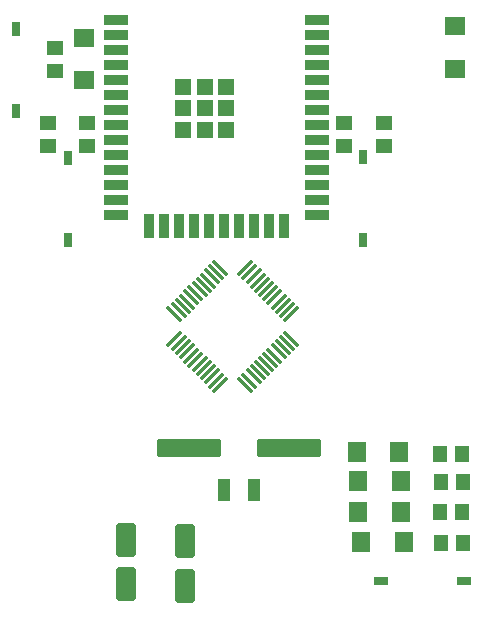
<source format=gtp>
G04*
G04 #@! TF.GenerationSoftware,Altium Limited,Altium Designer,22.1.2 (22)*
G04*
G04 Layer_Color=8421504*
%FSTAX24Y24*%
%MOIN*%
G70*
G04*
G04 #@! TF.SameCoordinates,360A1761-899D-4A34-B866-C5D0D12458BF*
G04*
G04*
G04 #@! TF.FilePolarity,Positive*
G04*
G01*
G75*
%ADD19R,0.0787X0.0354*%
%ADD20R,0.0354X0.0787*%
%ADD21R,0.0524X0.0524*%
%ADD22R,0.0315X0.0472*%
G04:AMPARAMS|DCode=23|XSize=66.9mil|YSize=11.8mil|CornerRadius=0mil|HoleSize=0mil|Usage=FLASHONLY|Rotation=135.000|XOffset=0mil|YOffset=0mil|HoleType=Round|Shape=Rectangle|*
%AMROTATEDRECTD23*
4,1,4,0.0278,-0.0195,0.0195,-0.0278,-0.0278,0.0195,-0.0195,0.0278,0.0278,-0.0195,0.0*
%
%ADD23ROTATEDRECTD23*%

G04:AMPARAMS|DCode=24|XSize=66.9mil|YSize=11.8mil|CornerRadius=0mil|HoleSize=0mil|Usage=FLASHONLY|Rotation=225.000|XOffset=0mil|YOffset=0mil|HoleType=Round|Shape=Rectangle|*
%AMROTATEDRECTD24*
4,1,4,0.0195,0.0278,0.0278,0.0195,-0.0195,-0.0278,-0.0278,-0.0195,0.0195,0.0278,0.0*
%
%ADD24ROTATEDRECTD24*%

G04:AMPARAMS|DCode=25|XSize=216.5mil|YSize=59.1mil|CornerRadius=7.4mil|HoleSize=0mil|Usage=FLASHONLY|Rotation=180.000|XOffset=0mil|YOffset=0mil|HoleType=Round|Shape=RoundedRectangle|*
%AMROUNDEDRECTD25*
21,1,0.2165,0.0443,0,0,180.0*
21,1,0.2018,0.0591,0,0,180.0*
1,1,0.0148,-0.1009,0.0221*
1,1,0.0148,0.1009,0.0221*
1,1,0.0148,0.1009,-0.0221*
1,1,0.0148,-0.1009,-0.0221*
%
%ADD25ROUNDEDRECTD25*%
%ADD26R,0.0433X0.0748*%
%ADD27R,0.0472X0.0315*%
G04:AMPARAMS|DCode=28|XSize=110.2mil|YSize=65mil|CornerRadius=6.5mil|HoleSize=0mil|Usage=FLASHONLY|Rotation=270.000|XOffset=0mil|YOffset=0mil|HoleType=Round|Shape=RoundedRectangle|*
%AMROUNDEDRECTD28*
21,1,0.1102,0.0520,0,0,270.0*
21,1,0.0972,0.0650,0,0,270.0*
1,1,0.0130,-0.0260,-0.0486*
1,1,0.0130,-0.0260,0.0486*
1,1,0.0130,0.0260,0.0486*
1,1,0.0130,0.0260,-0.0486*
%
%ADD28ROUNDEDRECTD28*%
%ADD29R,0.0551X0.0472*%
%ADD30R,0.0472X0.0551*%
%ADD31R,0.0600X0.0650*%
%ADD32R,0.0650X0.0600*%
D19*
X015963Y023127D02*
D03*
Y023627D02*
D03*
Y024127D02*
D03*
Y024627D02*
D03*
Y025127D02*
D03*
Y025627D02*
D03*
Y026127D02*
D03*
Y026627D02*
D03*
Y027127D02*
D03*
Y027627D02*
D03*
Y028127D02*
D03*
Y028627D02*
D03*
Y029127D02*
D03*
Y029627D02*
D03*
X022656Y023127D02*
D03*
Y023627D02*
D03*
Y024127D02*
D03*
Y024627D02*
D03*
Y025127D02*
D03*
Y025627D02*
D03*
Y026127D02*
D03*
Y026627D02*
D03*
Y027127D02*
D03*
Y027627D02*
D03*
Y028127D02*
D03*
Y028627D02*
D03*
Y029127D02*
D03*
Y029627D02*
D03*
D20*
X019559Y022734D02*
D03*
X020059D02*
D03*
X020559D02*
D03*
X021059D02*
D03*
X021559D02*
D03*
X019059D02*
D03*
X018559D02*
D03*
X018059D02*
D03*
X017559D02*
D03*
X017059D02*
D03*
D21*
X018916Y026675D02*
D03*
X018193D02*
D03*
X019638D02*
D03*
X018916Y027397D02*
D03*
X018193D02*
D03*
X019638D02*
D03*
X018916Y025952D02*
D03*
X018193D02*
D03*
X019638D02*
D03*
D22*
X01263Y029328D02*
D03*
Y026572D02*
D03*
X01435Y025028D02*
D03*
Y022272D02*
D03*
X0242Y022294D02*
D03*
Y02505D02*
D03*
D23*
X020264Y017455D02*
D03*
X020403Y017594D02*
D03*
X020543Y017733D02*
D03*
X020682Y017872D02*
D03*
X020821Y018011D02*
D03*
X02096Y018151D02*
D03*
X021099Y01829D02*
D03*
X021239Y018429D02*
D03*
X021378Y018568D02*
D03*
X021517Y018707D02*
D03*
X021656Y018847D02*
D03*
X021795Y018986D02*
D03*
X019436Y021345D02*
D03*
X019297Y021206D02*
D03*
X019157Y021067D02*
D03*
X019018Y020928D02*
D03*
X018879Y020789D02*
D03*
X01874Y020649D02*
D03*
X018601Y02051D02*
D03*
X018461Y020371D02*
D03*
X018322Y020232D02*
D03*
X018183Y020093D02*
D03*
X018044Y019953D02*
D03*
X017905Y019814D02*
D03*
D24*
X021795D02*
D03*
X021656Y019953D02*
D03*
X021517Y020093D02*
D03*
X021378Y020232D02*
D03*
X021239Y020371D02*
D03*
X021099Y02051D02*
D03*
X02096Y020649D02*
D03*
X020821Y020789D02*
D03*
X020682Y020928D02*
D03*
X020543Y021067D02*
D03*
X020403Y021206D02*
D03*
X020264Y021345D02*
D03*
X017905Y018986D02*
D03*
X018044Y018847D02*
D03*
X018183Y018707D02*
D03*
X018322Y018568D02*
D03*
X018461Y018429D02*
D03*
X018601Y01829D02*
D03*
X01874Y018151D02*
D03*
X018879Y018011D02*
D03*
X019018Y017872D02*
D03*
X019157Y017733D02*
D03*
X019297Y017594D02*
D03*
X019436Y017455D02*
D03*
D25*
X018377Y01535D02*
D03*
X021723D02*
D03*
D26*
X020542Y01395D02*
D03*
X019558D02*
D03*
D27*
X0248Y0109D02*
D03*
X027556D02*
D03*
D28*
X0163Y010802D02*
D03*
Y012298D02*
D03*
X01825Y01075D02*
D03*
Y012246D02*
D03*
D29*
X013694Y026176D02*
D03*
Y025428D02*
D03*
X024894Y026176D02*
D03*
Y025428D02*
D03*
X014994Y026176D02*
D03*
Y025428D02*
D03*
X013926Y028672D02*
D03*
Y027924D02*
D03*
X023544Y026176D02*
D03*
Y025428D02*
D03*
D30*
X026752Y0132D02*
D03*
X0275D02*
D03*
X027526Y012176D02*
D03*
X026778D02*
D03*
Y014226D02*
D03*
X027526D02*
D03*
X026752Y01515D02*
D03*
X0275D02*
D03*
D31*
X02403Y01425D02*
D03*
X02545D02*
D03*
X02398Y0152D02*
D03*
X0254D02*
D03*
X02413Y0122D02*
D03*
X02555D02*
D03*
X02545Y0132D02*
D03*
X02403D02*
D03*
D32*
X02725Y0294D02*
D03*
Y02798D02*
D03*
X0149Y02902D02*
D03*
Y0276D02*
D03*
M02*

</source>
